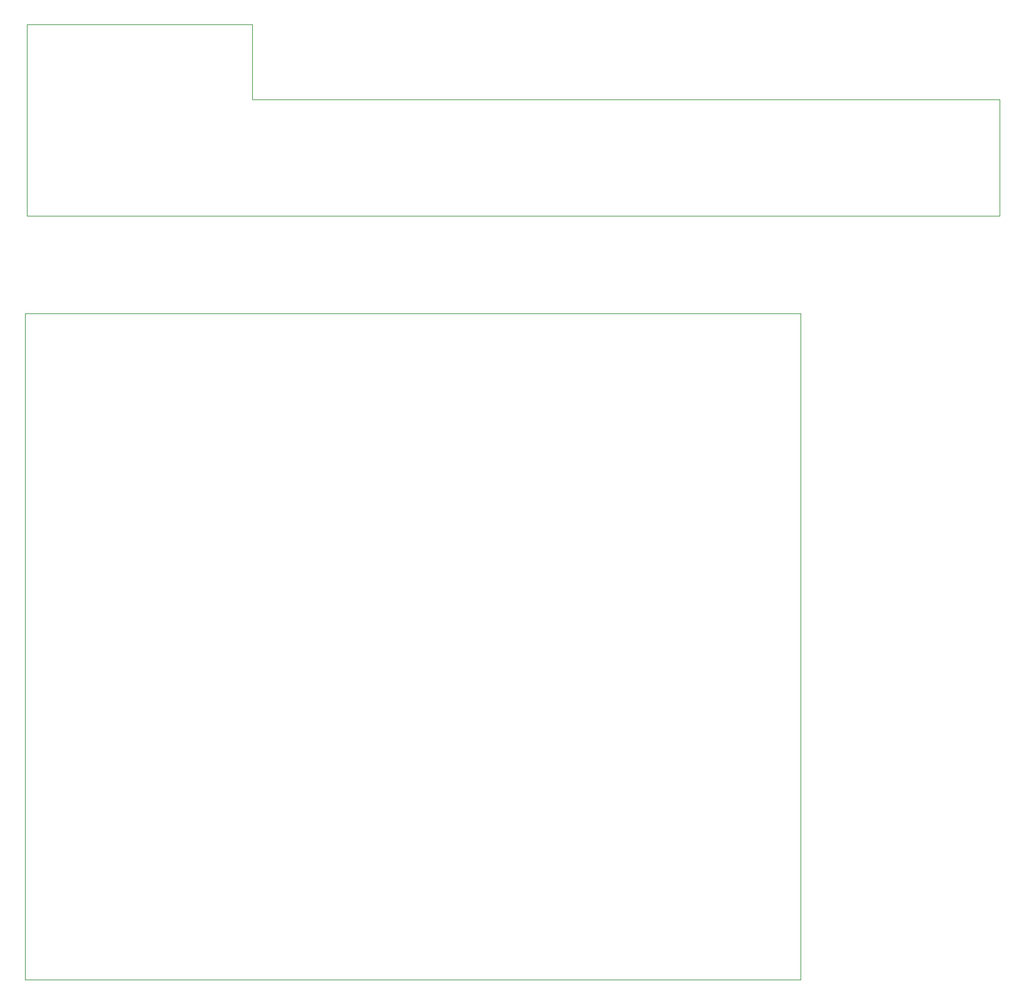
<source format=gbr>
G04 #@! TF.GenerationSoftware,KiCad,Pcbnew,(5.1.5)-3*
G04 #@! TF.CreationDate,2020-12-26T15:00:12+01:00*
G04 #@! TF.ProjectId,Projekt,50726f6a-656b-4742-9e6b-696361645f70,rev?*
G04 #@! TF.SameCoordinates,PX3a60d30PYb302a90*
G04 #@! TF.FileFunction,Profile,NP*
%FSLAX46Y46*%
G04 Gerber Fmt 4.6, Leading zero omitted, Abs format (unit mm)*
G04 Created by KiCad (PCBNEW (5.1.5)-3) date 2020-12-26 15:00:12*
%MOMM*%
%LPD*%
G04 APERTURE LIST*
%ADD10C,0.120000*%
G04 APERTURE END LIST*
D10*
X104902000Y90170000D02*
X104902000Y0D01*
X0Y90170000D02*
X104902000Y90170000D01*
X104902000Y0D02*
X0Y0D01*
X0Y0D02*
X0Y90170000D01*
X254000Y129286000D02*
X30734000Y129286000D01*
X254000Y103378000D02*
X254000Y129286000D01*
X30734000Y119126000D02*
X131826000Y119126000D01*
X30734000Y129286000D02*
X30734000Y119126000D01*
X131826000Y103378000D02*
X254000Y103378000D01*
X131826000Y119126000D02*
X131826000Y103378000D01*
M02*

</source>
